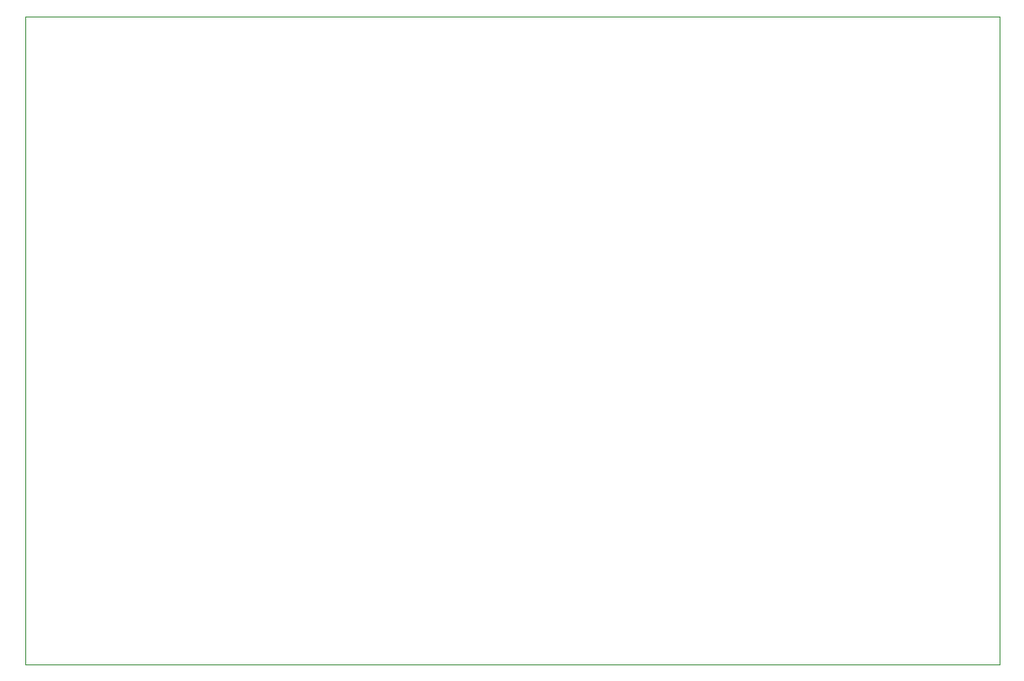
<source format=gbr>
%TF.GenerationSoftware,KiCad,Pcbnew,6.0.10-86aedd382b~118~ubuntu22.04.1*%
%TF.CreationDate,2023-01-14T07:34:15+01:00*%
%TF.ProjectId,servo_control,73657276-6f5f-4636-9f6e-74726f6c2e6b,rev?*%
%TF.SameCoordinates,Original*%
%TF.FileFunction,Profile,NP*%
%FSLAX46Y46*%
G04 Gerber Fmt 4.6, Leading zero omitted, Abs format (unit mm)*
G04 Created by KiCad (PCBNEW 6.0.10-86aedd382b~118~ubuntu22.04.1) date 2023-01-14 07:34:15*
%MOMM*%
%LPD*%
G01*
G04 APERTURE LIST*
%TA.AperFunction,Profile*%
%ADD10C,0.100000*%
%TD*%
G04 APERTURE END LIST*
D10*
X100330000Y-40005000D02*
X194945000Y-40005000D01*
X194945000Y-40005000D02*
X194945000Y-102870000D01*
X194945000Y-102870000D02*
X100330000Y-102870000D01*
X100330000Y-102870000D02*
X100330000Y-40005000D01*
M02*

</source>
